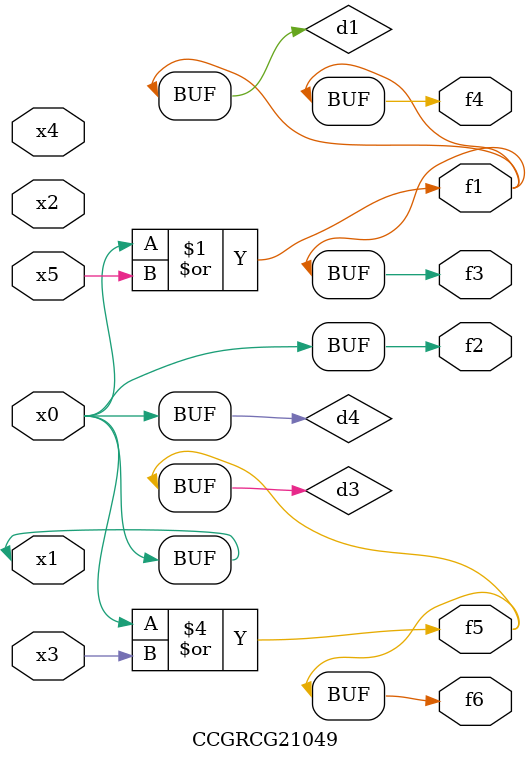
<source format=v>
module CCGRCG21049(
	input x0, x1, x2, x3, x4, x5,
	output f1, f2, f3, f4, f5, f6
);

	wire d1, d2, d3, d4;

	or (d1, x0, x5);
	xnor (d2, x1, x4);
	or (d3, x0, x3);
	buf (d4, x0, x1);
	assign f1 = d1;
	assign f2 = d4;
	assign f3 = d1;
	assign f4 = d1;
	assign f5 = d3;
	assign f6 = d3;
endmodule

</source>
